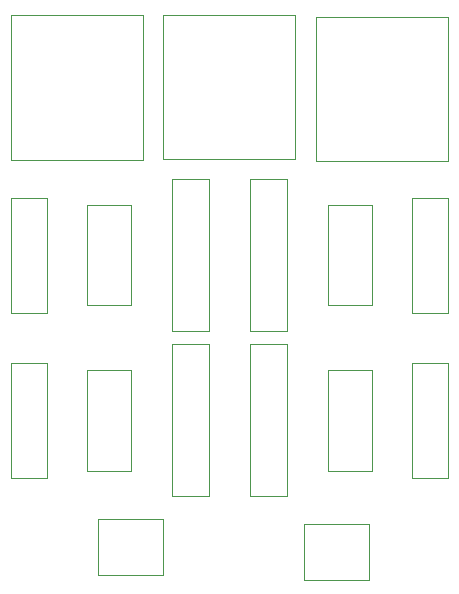
<source format=gbr>
%TF.GenerationSoftware,KiCad,Pcbnew,(5.1.6)-1*%
%TF.CreationDate,2020-11-23T20:23:35+01:00*%
%TF.ProjectId,h-bridge-2,682d6272-6964-4676-952d-322e6b696361,rev?*%
%TF.SameCoordinates,PX670dd60PY59b16d0*%
%TF.FileFunction,Other,User*%
%FSLAX46Y46*%
G04 Gerber Fmt 4.6, Leading zero omitted, Abs format (unit mm)*
G04 Created by KiCad (PCBNEW (5.1.6)-1) date 2020-11-23 20:23:35*
%MOMM*%
%LPD*%
G01*
G04 APERTURE LIST*
%ADD10C,0.050000*%
G04 APERTURE END LIST*
D10*
%TO.C,Q3*%
X13830000Y18950000D02*
X10080000Y18950000D01*
X10080000Y18950000D02*
X10080000Y10450000D01*
X10080000Y10450000D02*
X13830000Y10450000D01*
X13830000Y10450000D02*
X13830000Y18950000D01*
%TO.C,R4*%
X37620000Y19560000D02*
X37620000Y9840000D01*
X40620000Y19560000D02*
X37620000Y19560000D01*
X40620000Y9840000D02*
X40620000Y19560000D01*
X37620000Y9840000D02*
X40620000Y9840000D01*
%TO.C,Q5*%
X30460000Y18950000D02*
X30460000Y10450000D01*
X34210000Y18950000D02*
X30460000Y18950000D01*
X34210000Y10450000D02*
X34210000Y18950000D01*
X30460000Y10450000D02*
X34210000Y10450000D01*
%TO.C,D1*%
X20440000Y22250000D02*
X20440000Y35110000D01*
X17240000Y22250000D02*
X20440000Y22250000D01*
X17240000Y35110000D02*
X17240000Y22250000D01*
X20440000Y35110000D02*
X17240000Y35110000D01*
%TO.C,D2*%
X17240000Y21130000D02*
X17240000Y8270000D01*
X20440000Y21130000D02*
X17240000Y21130000D01*
X20440000Y8270000D02*
X20440000Y21130000D01*
X17240000Y8270000D02*
X20440000Y8270000D01*
%TO.C,D3*%
X23850000Y22250000D02*
X27050000Y22250000D01*
X27050000Y22250000D02*
X27050000Y35110000D01*
X27050000Y35110000D02*
X23850000Y35110000D01*
X23850000Y35110000D02*
X23850000Y22250000D01*
%TO.C,D4*%
X27050000Y21130000D02*
X23850000Y21130000D01*
X23850000Y21130000D02*
X23850000Y8270000D01*
X23850000Y8270000D02*
X27050000Y8270000D01*
X27050000Y8270000D02*
X27050000Y21130000D01*
%TO.C,Q1*%
X11020000Y6380000D02*
X16480000Y6380000D01*
X11020000Y6380000D02*
X11020000Y1640000D01*
X16480000Y1640000D02*
X16480000Y6380000D01*
X16480000Y1640000D02*
X11020000Y1640000D01*
%TO.C,Q2*%
X13830000Y32930000D02*
X10080000Y32930000D01*
X10080000Y32930000D02*
X10080000Y24430000D01*
X10080000Y24430000D02*
X13830000Y24430000D01*
X13830000Y24430000D02*
X13830000Y32930000D01*
%TO.C,Q4*%
X30460000Y32930000D02*
X30460000Y24430000D01*
X34210000Y32930000D02*
X30460000Y32930000D01*
X34210000Y24430000D02*
X34210000Y32930000D01*
X30460000Y24430000D02*
X34210000Y24430000D01*
%TO.C,Q6*%
X33960000Y1220000D02*
X28500000Y1220000D01*
X33960000Y1220000D02*
X33960000Y5960000D01*
X28500000Y5960000D02*
X28500000Y1220000D01*
X28500000Y5960000D02*
X33960000Y5960000D01*
%TO.C,R1*%
X3670000Y33540000D02*
X3670000Y23820000D01*
X6670000Y33540000D02*
X3670000Y33540000D01*
X6670000Y23820000D02*
X6670000Y33540000D01*
X3670000Y23820000D02*
X6670000Y23820000D01*
%TO.C,R2*%
X6670000Y19560000D02*
X3670000Y19560000D01*
X3670000Y19560000D02*
X3670000Y9840000D01*
X3670000Y9840000D02*
X6670000Y9840000D01*
X6670000Y9840000D02*
X6670000Y19560000D01*
%TO.C,R3*%
X37620000Y23820000D02*
X40620000Y23820000D01*
X40620000Y23820000D02*
X40620000Y33540000D01*
X40620000Y33540000D02*
X37620000Y33540000D01*
X37620000Y33540000D02*
X37620000Y23820000D01*
%TO.C,J1*%
X3670000Y36780000D02*
X14840000Y36780000D01*
X3670000Y48980000D02*
X3670000Y36780000D01*
X14840000Y48980000D02*
X3670000Y48980000D01*
X14840000Y36780000D02*
X14840000Y48980000D01*
%TO.C,J2*%
X16560000Y36860000D02*
X27730000Y36860000D01*
X16560000Y49060000D02*
X16560000Y36860000D01*
X27730000Y49060000D02*
X16560000Y49060000D01*
X27730000Y36860000D02*
X27730000Y49060000D01*
%TO.C,J3*%
X40620000Y36650000D02*
X40620000Y48850000D01*
X40620000Y48850000D02*
X29450000Y48850000D01*
X29450000Y48850000D02*
X29450000Y36650000D01*
X29450000Y36650000D02*
X40620000Y36650000D01*
%TD*%
M02*

</source>
